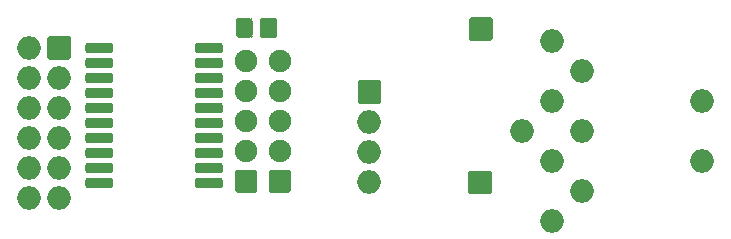
<source format=gts>
G04 #@! TF.GenerationSoftware,KiCad,Pcbnew,(5.1.12)-1*
G04 #@! TF.CreationDate,2021-12-03T20:04:06+01:00*
G04 #@! TF.ProjectId,buffer,62756666-6572-42e6-9b69-6361645f7063,rev?*
G04 #@! TF.SameCoordinates,Original*
G04 #@! TF.FileFunction,Soldermask,Top*
G04 #@! TF.FilePolarity,Negative*
%FSLAX46Y46*%
G04 Gerber Fmt 4.6, Leading zero omitted, Abs format (unit mm)*
G04 Created by KiCad (PCBNEW (5.1.12)-1) date 2021-12-03 20:04:06*
%MOMM*%
%LPD*%
G01*
G04 APERTURE LIST*
%ADD10O,2.000000X2.000000*%
%ADD11O,1.900000X1.900000*%
%ADD12C,0.100000*%
G04 APERTURE END LIST*
D10*
X79546000Y-41462960D03*
X94786000Y-44002960D03*
X94786000Y-38922960D03*
X82086000Y-49082960D03*
X84626000Y-46542960D03*
X82086000Y-44002960D03*
X84626000Y-41462960D03*
X82086000Y-38922960D03*
X84626000Y-36382960D03*
X82086000Y-33842960D03*
X66617400Y-45730160D03*
X66617400Y-43190160D03*
X66617400Y-40650160D03*
G36*
G01*
X65617400Y-38960160D02*
X65617400Y-37260160D01*
G75*
G02*
X65767400Y-37110160I150000J0D01*
G01*
X67467400Y-37110160D01*
G75*
G02*
X67617400Y-37260160I0J-150000D01*
G01*
X67617400Y-38960160D01*
G75*
G02*
X67467400Y-39110160I-150000J0D01*
G01*
X65767400Y-39110160D01*
G75*
G02*
X65617400Y-38960160I0J150000D01*
G01*
G37*
G36*
G01*
X56978000Y-46629360D02*
X55378000Y-46629360D01*
G75*
G02*
X55228000Y-46479360I0J150000D01*
G01*
X55228000Y-44879360D01*
G75*
G02*
X55378000Y-44729360I150000J0D01*
G01*
X56978000Y-44729360D01*
G75*
G02*
X57128000Y-44879360I0J-150000D01*
G01*
X57128000Y-46479360D01*
G75*
G02*
X56978000Y-46629360I-150000J0D01*
G01*
G37*
D11*
X56178000Y-43139360D03*
X56178000Y-40599360D03*
X56178000Y-38059360D03*
X56178000Y-35519360D03*
G36*
G01*
X39353800Y-35226360D02*
X39353800Y-33526360D01*
G75*
G02*
X39503800Y-33376360I150000J0D01*
G01*
X41203800Y-33376360D01*
G75*
G02*
X41353800Y-33526360I0J-150000D01*
G01*
X41353800Y-35226360D01*
G75*
G02*
X41203800Y-35376360I-150000J0D01*
G01*
X39503800Y-35376360D01*
G75*
G02*
X39353800Y-35226360I0J150000D01*
G01*
G37*
D10*
X37813800Y-34376360D03*
X40353800Y-36916360D03*
X37813800Y-36916360D03*
X40353800Y-39456360D03*
X37813800Y-39456360D03*
X40353800Y-41996360D03*
X37813800Y-41996360D03*
X40353800Y-44536360D03*
X37813800Y-44536360D03*
X40353800Y-47076360D03*
X37813800Y-47076360D03*
G36*
G01*
X75190800Y-31801560D02*
X76890800Y-31801560D01*
G75*
G02*
X77040800Y-31951560I0J-150000D01*
G01*
X77040800Y-33651560D01*
G75*
G02*
X76890800Y-33801560I-150000J0D01*
G01*
X75190800Y-33801560D01*
G75*
G02*
X75040800Y-33651560I0J150000D01*
G01*
X75040800Y-31951560D01*
G75*
G02*
X75190800Y-31801560I150000J0D01*
G01*
G37*
G36*
G01*
X42555200Y-34626760D02*
X42555200Y-34176760D01*
G75*
G02*
X42780200Y-33951760I225000J0D01*
G01*
X44680200Y-33951760D01*
G75*
G02*
X44905200Y-34176760I0J-225000D01*
G01*
X44905200Y-34626760D01*
G75*
G02*
X44680200Y-34851760I-225000J0D01*
G01*
X42780200Y-34851760D01*
G75*
G02*
X42555200Y-34626760I0J225000D01*
G01*
G37*
G36*
G01*
X42555200Y-35896760D02*
X42555200Y-35446760D01*
G75*
G02*
X42780200Y-35221760I225000J0D01*
G01*
X44680200Y-35221760D01*
G75*
G02*
X44905200Y-35446760I0J-225000D01*
G01*
X44905200Y-35896760D01*
G75*
G02*
X44680200Y-36121760I-225000J0D01*
G01*
X42780200Y-36121760D01*
G75*
G02*
X42555200Y-35896760I0J225000D01*
G01*
G37*
G36*
G01*
X42555200Y-37166760D02*
X42555200Y-36716760D01*
G75*
G02*
X42780200Y-36491760I225000J0D01*
G01*
X44680200Y-36491760D01*
G75*
G02*
X44905200Y-36716760I0J-225000D01*
G01*
X44905200Y-37166760D01*
G75*
G02*
X44680200Y-37391760I-225000J0D01*
G01*
X42780200Y-37391760D01*
G75*
G02*
X42555200Y-37166760I0J225000D01*
G01*
G37*
G36*
G01*
X42555200Y-38436760D02*
X42555200Y-37986760D01*
G75*
G02*
X42780200Y-37761760I225000J0D01*
G01*
X44680200Y-37761760D01*
G75*
G02*
X44905200Y-37986760I0J-225000D01*
G01*
X44905200Y-38436760D01*
G75*
G02*
X44680200Y-38661760I-225000J0D01*
G01*
X42780200Y-38661760D01*
G75*
G02*
X42555200Y-38436760I0J225000D01*
G01*
G37*
G36*
G01*
X42555200Y-39706760D02*
X42555200Y-39256760D01*
G75*
G02*
X42780200Y-39031760I225000J0D01*
G01*
X44680200Y-39031760D01*
G75*
G02*
X44905200Y-39256760I0J-225000D01*
G01*
X44905200Y-39706760D01*
G75*
G02*
X44680200Y-39931760I-225000J0D01*
G01*
X42780200Y-39931760D01*
G75*
G02*
X42555200Y-39706760I0J225000D01*
G01*
G37*
G36*
G01*
X42555200Y-40976760D02*
X42555200Y-40526760D01*
G75*
G02*
X42780200Y-40301760I225000J0D01*
G01*
X44680200Y-40301760D01*
G75*
G02*
X44905200Y-40526760I0J-225000D01*
G01*
X44905200Y-40976760D01*
G75*
G02*
X44680200Y-41201760I-225000J0D01*
G01*
X42780200Y-41201760D01*
G75*
G02*
X42555200Y-40976760I0J225000D01*
G01*
G37*
G36*
G01*
X42555200Y-42246760D02*
X42555200Y-41796760D01*
G75*
G02*
X42780200Y-41571760I225000J0D01*
G01*
X44680200Y-41571760D01*
G75*
G02*
X44905200Y-41796760I0J-225000D01*
G01*
X44905200Y-42246760D01*
G75*
G02*
X44680200Y-42471760I-225000J0D01*
G01*
X42780200Y-42471760D01*
G75*
G02*
X42555200Y-42246760I0J225000D01*
G01*
G37*
G36*
G01*
X42555200Y-43516760D02*
X42555200Y-43066760D01*
G75*
G02*
X42780200Y-42841760I225000J0D01*
G01*
X44680200Y-42841760D01*
G75*
G02*
X44905200Y-43066760I0J-225000D01*
G01*
X44905200Y-43516760D01*
G75*
G02*
X44680200Y-43741760I-225000J0D01*
G01*
X42780200Y-43741760D01*
G75*
G02*
X42555200Y-43516760I0J225000D01*
G01*
G37*
G36*
G01*
X42555200Y-44786760D02*
X42555200Y-44336760D01*
G75*
G02*
X42780200Y-44111760I225000J0D01*
G01*
X44680200Y-44111760D01*
G75*
G02*
X44905200Y-44336760I0J-225000D01*
G01*
X44905200Y-44786760D01*
G75*
G02*
X44680200Y-45011760I-225000J0D01*
G01*
X42780200Y-45011760D01*
G75*
G02*
X42555200Y-44786760I0J225000D01*
G01*
G37*
G36*
G01*
X42555200Y-46056760D02*
X42555200Y-45606760D01*
G75*
G02*
X42780200Y-45381760I225000J0D01*
G01*
X44680200Y-45381760D01*
G75*
G02*
X44905200Y-45606760I0J-225000D01*
G01*
X44905200Y-46056760D01*
G75*
G02*
X44680200Y-46281760I-225000J0D01*
G01*
X42780200Y-46281760D01*
G75*
G02*
X42555200Y-46056760I0J225000D01*
G01*
G37*
G36*
G01*
X51855200Y-46056760D02*
X51855200Y-45606760D01*
G75*
G02*
X52080200Y-45381760I225000J0D01*
G01*
X53980200Y-45381760D01*
G75*
G02*
X54205200Y-45606760I0J-225000D01*
G01*
X54205200Y-46056760D01*
G75*
G02*
X53980200Y-46281760I-225000J0D01*
G01*
X52080200Y-46281760D01*
G75*
G02*
X51855200Y-46056760I0J225000D01*
G01*
G37*
G36*
G01*
X51855200Y-44786760D02*
X51855200Y-44336760D01*
G75*
G02*
X52080200Y-44111760I225000J0D01*
G01*
X53980200Y-44111760D01*
G75*
G02*
X54205200Y-44336760I0J-225000D01*
G01*
X54205200Y-44786760D01*
G75*
G02*
X53980200Y-45011760I-225000J0D01*
G01*
X52080200Y-45011760D01*
G75*
G02*
X51855200Y-44786760I0J225000D01*
G01*
G37*
G36*
G01*
X51855200Y-43516760D02*
X51855200Y-43066760D01*
G75*
G02*
X52080200Y-42841760I225000J0D01*
G01*
X53980200Y-42841760D01*
G75*
G02*
X54205200Y-43066760I0J-225000D01*
G01*
X54205200Y-43516760D01*
G75*
G02*
X53980200Y-43741760I-225000J0D01*
G01*
X52080200Y-43741760D01*
G75*
G02*
X51855200Y-43516760I0J225000D01*
G01*
G37*
G36*
G01*
X51855200Y-42246760D02*
X51855200Y-41796760D01*
G75*
G02*
X52080200Y-41571760I225000J0D01*
G01*
X53980200Y-41571760D01*
G75*
G02*
X54205200Y-41796760I0J-225000D01*
G01*
X54205200Y-42246760D01*
G75*
G02*
X53980200Y-42471760I-225000J0D01*
G01*
X52080200Y-42471760D01*
G75*
G02*
X51855200Y-42246760I0J225000D01*
G01*
G37*
G36*
G01*
X51855200Y-40976760D02*
X51855200Y-40526760D01*
G75*
G02*
X52080200Y-40301760I225000J0D01*
G01*
X53980200Y-40301760D01*
G75*
G02*
X54205200Y-40526760I0J-225000D01*
G01*
X54205200Y-40976760D01*
G75*
G02*
X53980200Y-41201760I-225000J0D01*
G01*
X52080200Y-41201760D01*
G75*
G02*
X51855200Y-40976760I0J225000D01*
G01*
G37*
G36*
G01*
X51855200Y-39706760D02*
X51855200Y-39256760D01*
G75*
G02*
X52080200Y-39031760I225000J0D01*
G01*
X53980200Y-39031760D01*
G75*
G02*
X54205200Y-39256760I0J-225000D01*
G01*
X54205200Y-39706760D01*
G75*
G02*
X53980200Y-39931760I-225000J0D01*
G01*
X52080200Y-39931760D01*
G75*
G02*
X51855200Y-39706760I0J225000D01*
G01*
G37*
G36*
G01*
X51855200Y-38436760D02*
X51855200Y-37986760D01*
G75*
G02*
X52080200Y-37761760I225000J0D01*
G01*
X53980200Y-37761760D01*
G75*
G02*
X54205200Y-37986760I0J-225000D01*
G01*
X54205200Y-38436760D01*
G75*
G02*
X53980200Y-38661760I-225000J0D01*
G01*
X52080200Y-38661760D01*
G75*
G02*
X51855200Y-38436760I0J225000D01*
G01*
G37*
G36*
G01*
X51855200Y-37166760D02*
X51855200Y-36716760D01*
G75*
G02*
X52080200Y-36491760I225000J0D01*
G01*
X53980200Y-36491760D01*
G75*
G02*
X54205200Y-36716760I0J-225000D01*
G01*
X54205200Y-37166760D01*
G75*
G02*
X53980200Y-37391760I-225000J0D01*
G01*
X52080200Y-37391760D01*
G75*
G02*
X51855200Y-37166760I0J225000D01*
G01*
G37*
G36*
G01*
X51855200Y-35896760D02*
X51855200Y-35446760D01*
G75*
G02*
X52080200Y-35221760I225000J0D01*
G01*
X53980200Y-35221760D01*
G75*
G02*
X54205200Y-35446760I0J-225000D01*
G01*
X54205200Y-35896760D01*
G75*
G02*
X53980200Y-36121760I-225000J0D01*
G01*
X52080200Y-36121760D01*
G75*
G02*
X51855200Y-35896760I0J225000D01*
G01*
G37*
G36*
G01*
X51855200Y-34626760D02*
X51855200Y-34176760D01*
G75*
G02*
X52080200Y-33951760I225000J0D01*
G01*
X53980200Y-33951760D01*
G75*
G02*
X54205200Y-34176760I0J-225000D01*
G01*
X54205200Y-34626760D01*
G75*
G02*
X53980200Y-34851760I-225000J0D01*
G01*
X52080200Y-34851760D01*
G75*
G02*
X51855200Y-34626760I0J225000D01*
G01*
G37*
D11*
X59022800Y-35519360D03*
X59022800Y-38059360D03*
X59022800Y-40599360D03*
X59022800Y-43139360D03*
G36*
G01*
X59822800Y-46629360D02*
X58222800Y-46629360D01*
G75*
G02*
X58072800Y-46479360I0J150000D01*
G01*
X58072800Y-44879360D01*
G75*
G02*
X58222800Y-44729360I150000J0D01*
G01*
X59822800Y-44729360D01*
G75*
G02*
X59972800Y-44879360I0J-150000D01*
G01*
X59972800Y-46479360D01*
G75*
G02*
X59822800Y-46629360I-150000J0D01*
G01*
G37*
G36*
G01*
X58802000Y-32166176D02*
X58802000Y-33235744D01*
G75*
G02*
X58486784Y-33550960I-315216J0D01*
G01*
X57667216Y-33550960D01*
G75*
G02*
X57352000Y-33235744I0J315216D01*
G01*
X57352000Y-32166176D01*
G75*
G02*
X57667216Y-31850960I315216J0D01*
G01*
X58486784Y-31850960D01*
G75*
G02*
X58802000Y-32166176I0J-315216D01*
G01*
G37*
G36*
G01*
X56752000Y-32166176D02*
X56752000Y-33235744D01*
G75*
G02*
X56436784Y-33550960I-315216J0D01*
G01*
X55617216Y-33550960D01*
G75*
G02*
X55302000Y-33235744I0J315216D01*
G01*
X55302000Y-32166176D01*
G75*
G02*
X55617216Y-31850960I315216J0D01*
G01*
X56436784Y-31850960D01*
G75*
G02*
X56752000Y-32166176I0J-315216D01*
G01*
G37*
G36*
G01*
X75140000Y-44780960D02*
X76840000Y-44780960D01*
G75*
G02*
X76990000Y-44930960I0J-150000D01*
G01*
X76990000Y-46630960D01*
G75*
G02*
X76840000Y-46780960I-150000J0D01*
G01*
X75140000Y-46780960D01*
G75*
G02*
X74990000Y-46630960I0J150000D01*
G01*
X74990000Y-44930960D01*
G75*
G02*
X75140000Y-44780960I150000J0D01*
G01*
G37*
D12*
G36*
X58803165Y-33234118D02*
G01*
X58804000Y-33235744D01*
X58804000Y-33302836D01*
X58803990Y-33303032D01*
X58798728Y-33356458D01*
X58798652Y-33356843D01*
X58784933Y-33402069D01*
X58784783Y-33402431D01*
X58762500Y-33444118D01*
X58762282Y-33444444D01*
X58732298Y-33480981D01*
X58732021Y-33481258D01*
X58695484Y-33511242D01*
X58695158Y-33511460D01*
X58653471Y-33533743D01*
X58653109Y-33533893D01*
X58607883Y-33547612D01*
X58607498Y-33547688D01*
X58554072Y-33552950D01*
X58553876Y-33552960D01*
X58486784Y-33552960D01*
X58485052Y-33551960D01*
X58485052Y-33549960D01*
X58486588Y-33548970D01*
X58547885Y-33542933D01*
X58606643Y-33525109D01*
X58660793Y-33496166D01*
X58708254Y-33457214D01*
X58747206Y-33409753D01*
X58776149Y-33355603D01*
X58793973Y-33296845D01*
X58800010Y-33235548D01*
X58801175Y-33233922D01*
X58803165Y-33234118D01*
G37*
G36*
X56753165Y-33234118D02*
G01*
X56754000Y-33235744D01*
X56754000Y-33302836D01*
X56753990Y-33303032D01*
X56748728Y-33356458D01*
X56748652Y-33356843D01*
X56734933Y-33402069D01*
X56734783Y-33402431D01*
X56712500Y-33444118D01*
X56712282Y-33444444D01*
X56682298Y-33480981D01*
X56682021Y-33481258D01*
X56645484Y-33511242D01*
X56645158Y-33511460D01*
X56603471Y-33533743D01*
X56603109Y-33533893D01*
X56557883Y-33547612D01*
X56557498Y-33547688D01*
X56504072Y-33552950D01*
X56503876Y-33552960D01*
X56436784Y-33552960D01*
X56435052Y-33551960D01*
X56435052Y-33549960D01*
X56436588Y-33548970D01*
X56497885Y-33542933D01*
X56556643Y-33525109D01*
X56610793Y-33496166D01*
X56658254Y-33457214D01*
X56697206Y-33409753D01*
X56726149Y-33355603D01*
X56743973Y-33296845D01*
X56750010Y-33235548D01*
X56751175Y-33233922D01*
X56753165Y-33234118D01*
G37*
G36*
X57353990Y-33235548D02*
G01*
X57360027Y-33296845D01*
X57377851Y-33355603D01*
X57406794Y-33409753D01*
X57445746Y-33457214D01*
X57493207Y-33496166D01*
X57547357Y-33525109D01*
X57606115Y-33542933D01*
X57667412Y-33548970D01*
X57669038Y-33550135D01*
X57668842Y-33552125D01*
X57667216Y-33552960D01*
X57600124Y-33552960D01*
X57599928Y-33552950D01*
X57546502Y-33547688D01*
X57546117Y-33547612D01*
X57500891Y-33533893D01*
X57500529Y-33533743D01*
X57458842Y-33511460D01*
X57458516Y-33511242D01*
X57421979Y-33481258D01*
X57421702Y-33480981D01*
X57391718Y-33444444D01*
X57391500Y-33444118D01*
X57369217Y-33402431D01*
X57369067Y-33402069D01*
X57355348Y-33356843D01*
X57355272Y-33356458D01*
X57350010Y-33303032D01*
X57350000Y-33302836D01*
X57350000Y-33235744D01*
X57351000Y-33234012D01*
X57353000Y-33234012D01*
X57353990Y-33235548D01*
G37*
G36*
X55303990Y-33235548D02*
G01*
X55310027Y-33296845D01*
X55327851Y-33355603D01*
X55356794Y-33409753D01*
X55395746Y-33457214D01*
X55443207Y-33496166D01*
X55497357Y-33525109D01*
X55556115Y-33542933D01*
X55617412Y-33548970D01*
X55619038Y-33550135D01*
X55618842Y-33552125D01*
X55617216Y-33552960D01*
X55550124Y-33552960D01*
X55549928Y-33552950D01*
X55496502Y-33547688D01*
X55496117Y-33547612D01*
X55450891Y-33533893D01*
X55450529Y-33533743D01*
X55408842Y-33511460D01*
X55408516Y-33511242D01*
X55371979Y-33481258D01*
X55371702Y-33480981D01*
X55341718Y-33444444D01*
X55341500Y-33444118D01*
X55319217Y-33402431D01*
X55319067Y-33402069D01*
X55305348Y-33356843D01*
X55305272Y-33356458D01*
X55300010Y-33303032D01*
X55300000Y-33302836D01*
X55300000Y-33235744D01*
X55301000Y-33234012D01*
X55303000Y-33234012D01*
X55303990Y-33235548D01*
G37*
G36*
X55618948Y-31849960D02*
G01*
X55618948Y-31851960D01*
X55617412Y-31852950D01*
X55556115Y-31858987D01*
X55497357Y-31876811D01*
X55443207Y-31905754D01*
X55395746Y-31944706D01*
X55356794Y-31992167D01*
X55327851Y-32046317D01*
X55310027Y-32105075D01*
X55303990Y-32166372D01*
X55302825Y-32167998D01*
X55300835Y-32167802D01*
X55300000Y-32166176D01*
X55300000Y-32099084D01*
X55300010Y-32098888D01*
X55305272Y-32045462D01*
X55305348Y-32045077D01*
X55319067Y-31999851D01*
X55319217Y-31999489D01*
X55341500Y-31957802D01*
X55341718Y-31957476D01*
X55371702Y-31920939D01*
X55371979Y-31920662D01*
X55408516Y-31890678D01*
X55408842Y-31890460D01*
X55450529Y-31868177D01*
X55450891Y-31868027D01*
X55496117Y-31854308D01*
X55496502Y-31854232D01*
X55549928Y-31848970D01*
X55550124Y-31848960D01*
X55617216Y-31848960D01*
X55618948Y-31849960D01*
G37*
G36*
X57668948Y-31849960D02*
G01*
X57668948Y-31851960D01*
X57667412Y-31852950D01*
X57606115Y-31858987D01*
X57547357Y-31876811D01*
X57493207Y-31905754D01*
X57445746Y-31944706D01*
X57406794Y-31992167D01*
X57377851Y-32046317D01*
X57360027Y-32105075D01*
X57353990Y-32166372D01*
X57352825Y-32167998D01*
X57350835Y-32167802D01*
X57350000Y-32166176D01*
X57350000Y-32099084D01*
X57350010Y-32098888D01*
X57355272Y-32045462D01*
X57355348Y-32045077D01*
X57369067Y-31999851D01*
X57369217Y-31999489D01*
X57391500Y-31957802D01*
X57391718Y-31957476D01*
X57421702Y-31920939D01*
X57421979Y-31920662D01*
X57458516Y-31890678D01*
X57458842Y-31890460D01*
X57500529Y-31868177D01*
X57500891Y-31868027D01*
X57546117Y-31854308D01*
X57546502Y-31854232D01*
X57599928Y-31848970D01*
X57600124Y-31848960D01*
X57667216Y-31848960D01*
X57668948Y-31849960D01*
G37*
G36*
X56504072Y-31848970D02*
G01*
X56557498Y-31854232D01*
X56557883Y-31854308D01*
X56603109Y-31868027D01*
X56603471Y-31868177D01*
X56645158Y-31890460D01*
X56645484Y-31890678D01*
X56682021Y-31920662D01*
X56682298Y-31920939D01*
X56712282Y-31957476D01*
X56712500Y-31957802D01*
X56734783Y-31999489D01*
X56734933Y-31999851D01*
X56748652Y-32045077D01*
X56748728Y-32045462D01*
X56753990Y-32098888D01*
X56754000Y-32099084D01*
X56754000Y-32166176D01*
X56753000Y-32167908D01*
X56751000Y-32167908D01*
X56750010Y-32166372D01*
X56743973Y-32105075D01*
X56726149Y-32046317D01*
X56697206Y-31992167D01*
X56658254Y-31944706D01*
X56610793Y-31905754D01*
X56556643Y-31876811D01*
X56497885Y-31858987D01*
X56436588Y-31852950D01*
X56434962Y-31851785D01*
X56435158Y-31849795D01*
X56436784Y-31848960D01*
X56503876Y-31848960D01*
X56504072Y-31848970D01*
G37*
G36*
X58554072Y-31848970D02*
G01*
X58607498Y-31854232D01*
X58607883Y-31854308D01*
X58653109Y-31868027D01*
X58653471Y-31868177D01*
X58695158Y-31890460D01*
X58695484Y-31890678D01*
X58732021Y-31920662D01*
X58732298Y-31920939D01*
X58762282Y-31957476D01*
X58762500Y-31957802D01*
X58784783Y-31999489D01*
X58784933Y-31999851D01*
X58798652Y-32045077D01*
X58798728Y-32045462D01*
X58803990Y-32098888D01*
X58804000Y-32099084D01*
X58804000Y-32166176D01*
X58803000Y-32167908D01*
X58801000Y-32167908D01*
X58800010Y-32166372D01*
X58793973Y-32105075D01*
X58776149Y-32046317D01*
X58747206Y-31992167D01*
X58708254Y-31944706D01*
X58660793Y-31905754D01*
X58606643Y-31876811D01*
X58547885Y-31858987D01*
X58486588Y-31852950D01*
X58484962Y-31851785D01*
X58485158Y-31849795D01*
X58486784Y-31848960D01*
X58553876Y-31848960D01*
X58554072Y-31848970D01*
G37*
M02*

</source>
